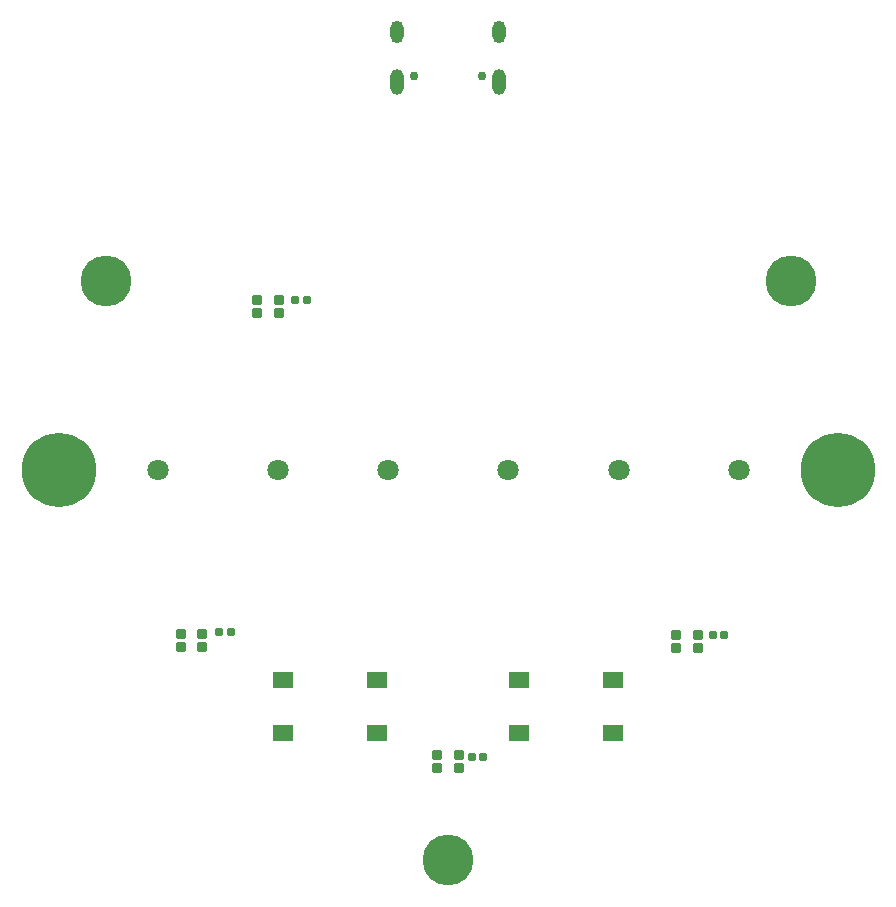
<source format=gbr>
G04 #@! TF.GenerationSoftware,KiCad,Pcbnew,(7.0.0-0)*
G04 #@! TF.CreationDate,2023-03-04T17:00:40-06:00*
G04 #@! TF.ProjectId,RP2040_minimal,52503230-3430-45f6-9d69-6e696d616c2e,REV1*
G04 #@! TF.SameCoordinates,Original*
G04 #@! TF.FileFunction,Soldermask,Top*
G04 #@! TF.FilePolarity,Negative*
%FSLAX46Y46*%
G04 Gerber Fmt 4.6, Leading zero omitted, Abs format (unit mm)*
G04 Created by KiCad (PCBNEW (7.0.0-0)) date 2023-03-04 17:00:40*
%MOMM*%
%LPD*%
G01*
G04 APERTURE LIST*
G04 Aperture macros list*
%AMRoundRect*
0 Rectangle with rounded corners*
0 $1 Rounding radius*
0 $2 $3 $4 $5 $6 $7 $8 $9 X,Y pos of 4 corners*
0 Add a 4 corners polygon primitive as box body*
4,1,4,$2,$3,$4,$5,$6,$7,$8,$9,$2,$3,0*
0 Add four circle primitives for the rounded corners*
1,1,$1+$1,$2,$3*
1,1,$1+$1,$4,$5*
1,1,$1+$1,$6,$7*
1,1,$1+$1,$8,$9*
0 Add four rect primitives between the rounded corners*
20,1,$1+$1,$2,$3,$4,$5,0*
20,1,$1+$1,$4,$5,$6,$7,0*
20,1,$1+$1,$6,$7,$8,$9,0*
20,1,$1+$1,$8,$9,$2,$3,0*%
G04 Aperture macros list end*
%ADD10C,4.302000*%
%ADD11C,6.302000*%
%ADD12RoundRect,0.051000X-0.775000X-0.650000X0.775000X-0.650000X0.775000X0.650000X-0.775000X0.650000X0*%
%ADD13C,1.802000*%
%ADD14RoundRect,0.051000X-0.350000X-0.350000X0.350000X-0.350000X0.350000X0.350000X-0.350000X0.350000X0*%
%ADD15RoundRect,0.191000X-0.140000X-0.170000X0.140000X-0.170000X0.140000X0.170000X-0.140000X0.170000X0*%
%ADD16C,0.752000*%
%ADD17O,1.102000X1.902000*%
%ADD18O,1.102000X2.202000*%
G04 APERTURE END LIST*
D10*
X133000000Y-100000000D03*
D11*
X133000000Y-100000000D03*
D10*
X100000000Y-133000000D03*
D12*
X86025000Y-117750000D03*
X93975000Y-117750000D03*
X86025000Y-122250000D03*
X93975000Y-122250000D03*
D13*
X114420000Y-100000000D03*
X124580000Y-100000000D03*
D14*
X99060000Y-124150000D03*
X99060000Y-125250000D03*
X100890000Y-125250000D03*
X100890000Y-124150000D03*
D15*
X102010000Y-124240000D03*
X102970000Y-124240000D03*
X122380000Y-113980000D03*
X123340000Y-113980000D03*
D13*
X94920000Y-100000000D03*
X105080000Y-100000000D03*
D10*
X71000000Y-84000000D03*
X129000000Y-84000000D03*
D14*
X77350000Y-113861250D03*
X77350000Y-114961250D03*
X79180000Y-114961250D03*
X79180000Y-113861250D03*
D12*
X106025000Y-117750000D03*
X113975000Y-117750000D03*
X106025000Y-122250000D03*
X113975000Y-122250000D03*
D10*
X67000000Y-100000000D03*
D11*
X67000000Y-100000000D03*
D13*
X75420000Y-100000000D03*
X85580000Y-100000000D03*
D14*
X83805000Y-85550000D03*
X83805000Y-86650000D03*
X85635000Y-86650000D03*
X85635000Y-85550000D03*
X119315000Y-113950000D03*
X119315000Y-115050000D03*
X121145000Y-115050000D03*
X121145000Y-113950000D03*
D15*
X80600000Y-113731250D03*
X81560000Y-113731250D03*
X87045000Y-85560000D03*
X88005000Y-85560000D03*
D16*
X97110000Y-66615000D03*
X102890000Y-66615000D03*
D17*
X95679999Y-62934999D03*
D18*
X95679999Y-67114999D03*
D17*
X104319999Y-62934999D03*
D18*
X104319999Y-67114999D03*
M02*

</source>
